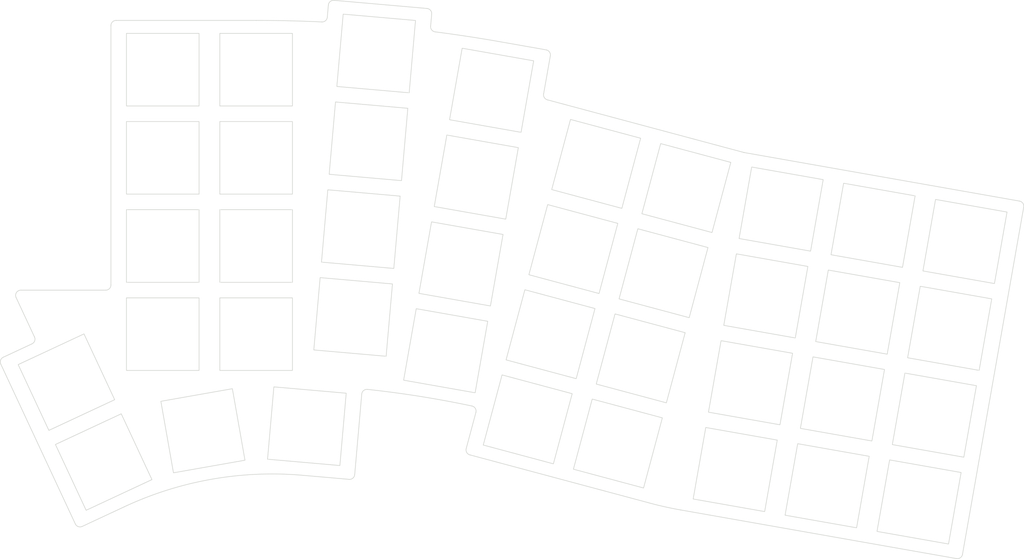
<source format=kicad_pcb>
(kicad_pcb (version 20221018) (generator pcbnew)
  (layers (0 "F.Cu" signal) (31 "B.Cu" signal) (34 "B.Paste" user) (35 "F.Paste" user) (36 "B.SilkS" user "B.Silkscreen") (37 "F.SilkS" user "F.Silkscreen") (38 "B.Mask" user) (39 "F.Mask" user) (44 "Edge.Cuts" user))
  (net 0 "")
  (footprint "keyboard:KeyHole" (layer "F.Cu") (at 154.552801 93.512815 -15)
    (fp_text reference "REF**" hide)
    (fp_text value "KeyHole" hide)
    (fp_rect (start -7 -7) (end 7 7) (layer "Edge.Cuts") (stroke (width 0.12)) (fill none))
  )
  (footprint "keyboard:KeyHole" (layer "F.Cu") (at 119.449871 56.311832 -5)
    (fp_text reference "REF**" hide)
    (fp_text value "KeyHole" hide)
    (fp_rect (start -7 -7) (end 7 7) (layer "Edge.Cuts") (stroke (width 0.12)) (fill none))
  )
  (footprint "keyboard:KeyHole" (layer "F.Cu") (at 97.78 42.5)
    (fp_text reference "REF**" hide)
    (fp_text value "KeyHole" hide)
    (fp_rect (start -7 -7) (end 7 7) (layer "Edge.Cuts") (stroke (width 0.12)) (fill none))
  )
  (footprint "keyboard:KeyHole" (layer "F.Cu") (at 228.568909 109.117579 -10)
    (fp_text reference "REF**" hide)
    (fp_text value "KeyHole" hide)
    (fp_rect (start -7 -7) (end 7 7) (layer "Edge.Cuts") (stroke (width 0.12)) (fill none))
  )
  (footprint "keyboard:KeyHole" (layer "F.Cu") (at 120.931519 39.376522 -5)
    (fp_text reference "REF**" hide)
    (fp_text value "KeyHole" hide)
    (fp_rect (start -7 -7) (end 7 7) (layer "Edge.Cuts") (stroke (width 0.12)) (fill none))
  )
  (footprint "keyboard:KeyHole" (layer "F.Cu") (at 61.201051 102.753693 25)
    (fp_text reference "REF**" hide)
    (fp_text value "KeyHole" hide)
    (fp_rect (start -7 -7) (end 7 7) (layer "Edge.Cuts") (stroke (width 0.12)) (fill none))
  )
  (footprint "keyboard:KeyHole" (layer "F.Cu") (at 193.11583 102.866244 -10)
    (fp_text reference "REF**" hide)
    (fp_text value "KeyHole" hide)
    (fp_rect (start -7 -7) (end 7 7) (layer "Edge.Cuts") (stroke (width 0.12)) (fill none))
  )
  (footprint "keyboard:KeyHole" (layer "F.Cu") (at 134.332871 96.697962 -10)
    (fp_text reference "REF**" hide)
    (fp_text value "KeyHole" hide)
    (fp_rect (start -7 -7) (end 7 7) (layer "Edge.Cuts") (stroke (width 0.12)) (fill none))
  )
  (footprint "keyboard:KeyHole" (layer "F.Cu") (at 137.28489 79.95623 -10)
    (fp_text reference "REF**" hide)
    (fp_text value "KeyHole" hide)
    (fp_rect (start -7 -7) (end 7 7) (layer "Edge.Cuts") (stroke (width 0.12)) (fill none))
  )
  (footprint "keyboard:KeyHole" (layer "F.Cu") (at 107.567703 111.252057 -5)
    (fp_text reference "REF**" hide)
    (fp_text value "KeyHole" hide)
    (fp_rect (start -7 -7) (end 7 7) (layer "Edge.Cuts") (stroke (width 0.12)) (fill none))
  )
  (footprint "keyboard:KeyHole" (layer "F.Cu") (at 79.78 42.5)
    (fp_text reference "REF**" hide)
    (fp_text value "KeyHole" hide)
    (fp_rect (start -7 -7) (end 7 7) (layer "Edge.Cuts") (stroke (width 0.12)) (fill none))
  )
  (footprint "keyboard:KeyHole" (layer "F.Cu") (at 216.746408 72.508448 -10)
    (fp_text reference "REF**" hide)
    (fp_text value "KeyHole" hide)
    (fp_rect (start -7 -7) (end 7 7) (layer "Edge.Cuts") (stroke (width 0.12)) (fill none))
  )
  (footprint "keyboard:KeyHole" (layer "F.Cu") (at 176.33939 81.750818 -15)
    (fp_text reference "REF**" hide)
    (fp_text value "KeyHole" hide)
    (fp_rect (start -7 -7) (end 7 7) (layer "Edge.Cuts") (stroke (width 0.12)) (fill none))
  )
  (footprint "keyboard:KeyHole" (layer "F.Cu") (at 213.794389 89.25018 -10)
    (fp_text reference "REF**" hide)
    (fp_text value "KeyHole" hide)
    (fp_rect (start -7 -7) (end 7 7) (layer "Edge.Cuts") (stroke (width 0.12)) (fill none))
  )
  (footprint "keyboard:KeyHole" (layer "F.Cu") (at 171.939466 98.171557 -15)
    (fp_text reference "REF**" hide)
    (fp_text value "KeyHole" hide)
    (fp_rect (start -7 -7) (end 7 7) (layer "Edge.Cuts") (stroke (width 0.12)) (fill none))
  )
  (footprint "keyboard:KeyHole" (layer "F.Cu") (at 234.472947 75.634115 -10)
    (fp_text reference "REF**" hide)
    (fp_text value "KeyHole" hide)
    (fp_rect (start -7 -7) (end 7 7) (layer "Edge.Cuts") (stroke (width 0.12)) (fill none))
  )
  (footprint "keyboard:KeyHole" (layer "F.Cu") (at 116.486576 90.182451 -5)
    (fp_text reference "REF**" hide)
    (fp_text value "KeyHole" hide)
    (fp_rect (start -7 -7) (end 7 7) (layer "Edge.Cuts") (stroke (width 0.12)) (fill none))
  )
  (footprint "keyboard:KeyHole" (layer "F.Cu") (at 140.236909 63.214498 -10)
    (fp_text reference "REF**" hide)
    (fp_text value "KeyHole" hide)
    (fp_rect (start -7 -7) (end 7 7) (layer "Edge.Cuts") (stroke (width 0.12)) (fill none))
  )
  (footprint "keyboard:KeyHole" (layer "F.Cu") (at 231.520928 92.375847 -10)
    (fp_text reference "REF**" hide)
    (fp_text value "KeyHole" hide)
    (fp_rect (start -7 -7) (end 7 7) (layer "Edge.Cuts") (stroke (width 0.12)) (fill none))
  )
  (footprint "keyboard:KeyHole" (layer "F.Cu") (at 150.152878 109.933554 -15)
    (fp_text reference "REF**" hide)
    (fp_text value "KeyHole" hide)
    (fp_rect (start -7 -7) (end 7 7) (layer "Edge.Cuts") (stroke (width 0.12)) (fill none))
  )
  (footprint "keyboard:KeyHole" (layer "F.Cu") (at 79.78 93.5)
    (fp_text reference "REF**" hide)
    (fp_text value "KeyHole" hide)
    (fp_rect (start -7 -7) (end 7 7) (layer "Edge.Cuts") (stroke (width 0.12)) (fill none))
  )
  (footprint "keyboard:KeyHole" (layer "F.Cu") (at 117.968224 73.247142 -5)
    (fp_text reference "REF**" hide)
    (fp_text value "KeyHole" hide)
    (fp_rect (start -7 -7) (end 7 7) (layer "Edge.Cuts") (stroke (width 0.12)) (fill none))
  )
  (footprint "keyboard:KeyHole" (layer "F.Cu") (at 199.019868 69.382781 -10)
    (fp_text reference "REF**" hide)
    (fp_text value "KeyHole" hide)
    (fp_rect (start -7 -7) (end 7 7) (layer "Edge.Cuts") (stroke (width 0.12)) (fill none))
  )
  (footprint "keyboard:KeyHole" (layer "F.Cu") (at 97.78 59.5)
    (fp_text reference "REF**" hide)
    (fp_text value "KeyHole" hide)
    (fp_rect (start -7 -7) (end 7 7) (layer "Edge.Cuts") (stroke (width 0.12)) (fill none))
  )
  (footprint "keyboard:KeyHole" (layer "F.Cu") (at 190.163811 119.607976 -10)
    (fp_text reference "REF**" hide)
    (fp_text value "KeyHole" hide)
    (fp_rect (start -7 -7) (end 7 7) (layer "Edge.Cuts") (stroke (width 0.12)) (fill none))
  )
  (footprint "keyboard:KeyHole" (layer "F.Cu") (at 158.952725 77.092076 -15)
    (fp_text reference "REF**" hide)
    (fp_text value "KeyHole" hide)
    (fp_rect (start -7 -7) (end 7 7) (layer "Edge.Cuts") (stroke (width 0.12)) (fill none))
  )
  (footprint "keyboard:KeyHole" (layer "F.Cu") (at 207.890351 122.733643 -10)
    (fp_text reference "REF**" hide)
    (fp_text value "KeyHole" hide)
    (fp_rect (start -7 -7) (end 7 7) (layer "Edge.Cuts") (stroke (width 0.12)) (fill none))
  )
  (footprint "keyboard:KeyHole" (layer "F.Cu") (at 210.84237 105.991911 -10)
    (fp_text reference "REF**" hide)
    (fp_text value "KeyHole" hide)
    (fp_rect (start -7 -7) (end 7 7) (layer "Edge.Cuts") (stroke (width 0.12)) (fill none))
  )
  (footprint "keyboard:KeyHole" (layer "F.Cu") (at 68.385562 118.160925 25)
    (fp_text reference "REF**" hide)
    (fp_text value "KeyHole" hide)
    (fp_rect (start -7 -7) (end 7 7) (layer "Edge.Cuts") (stroke (width 0.12)) (fill none))
  )
  (footprint "keyboard:KeyHole" (layer "F.Cu") (at 225.61689 125.85931 -10)
    (fp_text reference "REF**" hide)
    (fp_text value "KeyHole" hide)
    (fp_rect (start -7 -7) (end 7 7) (layer "Edge.Cuts") (stroke (width 0.12)) (fill none))
  )
  (footprint "keyboard:KeyHole" (layer "F.Cu") (at 167.539542 114.592296 -15)
    (fp_text reference "REF**" hide)
    (fp_text value "KeyHole" hide)
    (fp_rect (start -7 -7) (end 7 7) (layer "Edge.Cuts") (stroke (width 0.12)) (fill none))
  )
  (footprint "keyboard:KeyHole" (layer "F.Cu") (at 87.521848 112.127278 10)
    (fp_text reference "REF**" hide)
    (fp_text value "KeyHole" hide)
    (fp_rect (start -7 -7) (end 7 7) (layer "Edge.Cuts") (stroke (width 0.12)) (fill none))
  )
  (footprint "keyboard:KeyHole" (layer "F.Cu") (at 163.352649 60.671336 -15)
    (fp_text reference "REF**" hide)
    (fp_text value "KeyHole" hide)
    (fp_rect (start -7 -7) (end 7 7) (layer "Edge.Cuts") (stroke (width 0.12)) (fill none))
  )
  (footprint "keyboard:KeyHole" (layer "F.Cu") (at 143.188928 46.472766 -10)
    (fp_text reference "REF**" hide)
    (fp_text value "KeyHole" hide)
    (fp_rect (start -7 -7) (end 7 7) (layer "Edge.Cuts") (stroke (width 0.12)) (fill none))
  )
  (footprint "keyboard:KeyHole" (layer "F.Cu") (at 97.78 76.5)
    (fp_text reference "REF**" hide)
    (fp_text value "KeyHole" hide)
    (fp_rect (start -7 -7) (end 7 7) (layer "Edge.Cuts") (stroke (width 0.12)) (fill none))
  )
  (footprint "keyboard:KeyHole" (layer "F.Cu") (at 97.78 93.5)
    (fp_text reference "REF**" hide)
    (fp_text value "KeyHole" hide)
    (fp_rect (start -7 -7) (end 7 7) (layer "Edge.Cuts") (stroke (width 0.12)) (fill none))
  )
  (footprint "keyboard:KeyHole" (layer "F.Cu") (at 196.067849 86.124512 -10)
    (fp_text reference "REF**" hide)
    (fp_text value "KeyHole" hide)
    (fp_rect (start -7 -7) (end 7 7) (layer "Edge.Cuts") (stroke (width 0.12)) (fill none))
  )
  (footprint "keyboard:KeyHole" (layer "F.Cu") (at 79.78 59.5)
    (fp_text reference "REF**" hide)
    (fp_text value "KeyHole" hide)
    (fp_rect (start -7 -7) (end 7 7) (layer "Edge.Cuts") (stroke (width 0.12)) (fill none))
  )
  (footprint "keyboard:KeyHole" (layer "F.Cu") (at 180.739314 65.330079 -15)
    (fp_text reference "REF**" hide)
    (fp_text value "KeyHole" hide)
    (fp_rect (start -7 -7) (end 7 7) (layer "Edge.Cuts") (stroke (width 0.12)) (fill none))
  )
  (footprint "keyboard:KeyHole" (layer "F.Cu") (at 79.78 76.5)
    (fp_text reference "REF**" hide)
    (fp_text value "KeyHole" hide)
    (fp_rect (start -7 -7) (end 7 7) (layer "Edge.Cuts") (stroke (width 0.12)) (fill none))
  )
  (gr_line (start 51.498654 86.442618) (end 55.041575 94.040436) (layer "Edge.Cuts") (width 0.12))
  (gr_line (start 48.545718 99.276259) (end 62.914739 130.090724) (layer "Edge.Cuts") (width 0.12))
  (gr_line (start 144.838586 37.117093) (end 153.701856 38.679926) (layer "Edge.Cuts") (width 0.12))
  (gr_line (start 179.650884 127.400816) (end 232.830502 136.777818) (layer "Edge.Cuts") (width 0.12))
  (gr_arc (start 244.985875 67.841276) (mid 245.631378 68.252507) (end 245.797034 68.999731) (layer "Edge.Cuts") (width 0.12))
  (gr_arc (start 111.710396 30.037309) (mid 112.063803 29.35842) (end 112.793746 29.12827) (layer "Edge.Cuts") (width 0.12))
  (gr_arc (start 153.945198 48.315494) (mid 153.360626 47.886868) (end 153.219209 47.17592) (layer "Edge.Cuts") (width 0.12))
  (gr_arc (start 191.892252 58.479437) (mid 191.849455 58.470924) (end 191.80707 58.460552) (layer "Edge.Cuts") (width 0.12))
  (gr_arc (start 139.000764 116.780478) (mid 138.393558 116.314552) (end 138.293657 115.555733) (layer "Edge.Cuts") (width 0.12))
  (gr_line (start 70.78 33) (end 97.78 33) (layer "Edge.Cuts") (width 0.12))
  (gr_arc (start 132.2977 35.20728) (mid 131.646186 34.842587) (end 131.42888 34.128269) (layer "Edge.Cuts") (width 0.12))
  (gr_arc (start 153.701856 38.679926) (mid 154.34736 39.091158) (end 154.513015 39.838382) (layer "Edge.Cuts") (width 0.12))
  (gr_line (start 131.42888 34.128269) (end 131.63429 31.780424) (layer "Edge.Cuts") (width 0.12))
  (gr_arc (start 139.400337 107.356302) (mid 140.045685 107.811762) (end 140.159196 108.593448) (layer "Edge.Cuts") (width 0.12))
  (gr_line (start 68.78 85.02) (end 52.404962 85.02) (layer "Edge.Cuts") (width 0.12))
  (gr_line (start 191.80707 58.460552) (end 153.945198 48.315494) (layer "Edge.Cuts") (width 0.12))
  (gr_arc (start 48.545718 99.276259) (mid 48.512334 98.511621) (end 49.029408 97.947333) (layer "Edge.Cuts") (width 0.12))
  (gr_arc (start 233.988959 135.966658) (mid 233.577727 136.612162) (end 232.830502 136.777818) (layer "Edge.Cuts") (width 0.12))
  (gr_arc (start 97.78 33) (mid 104.122734 33.074236) (end 110.461994 33.296903) (layer "Edge.Cuts") (width 0.12))
  (gr_line (start 54.557885 95.369362) (end 49.029408 97.947333) (layer "Edge.Cuts") (width 0.12))
  (gr_arc (start 130.725251 30.697074) (mid 131.40414 31.050481) (end 131.63429 31.780424) (layer "Edge.Cuts") (width 0.12))
  (gr_line (start 139.000764 116.780478) (end 173.774094 126.097962) (layer "Edge.Cuts") (width 0.12))
  (gr_arc (start 72.400435 126.770849) (mid 89.171515 121.482952) (end 106.739743 120.715908) (layer "Edge.Cuts") (width 0.12))
  (gr_line (start 111.710396 30.037309) (end 111.504986 32.385154) (layer "Edge.Cuts") (width 0.12))
  (gr_line (start 116.788826 120.591269) (end 118.147883 105.05718) (layer "Edge.Cuts") (width 0.12))
  (gr_arc (start 111.504986 32.385154) (mid 111.16694 33.050886) (end 110.461994 33.296902) (layer "Edge.Cuts") (width 0.12))
  (gr_line (start 69.78 84.02) (end 69.78 34) (layer "Edge.Cuts") (width 0.12))
  (gr_arc (start 51.498654 86.442618) (mid 51.56157 85.4827) (end 52.404962 85.02) (layer "Edge.Cuts") (width 0.12))
  (gr_line (start 191.892252 58.479437) (end 244.985875 67.841276) (layer "Edge.Cuts") (width 0.12))
  (gr_arc (start 69.78 84.02) (mid 69.487107 84.727107) (end 68.78 85.02) (layer "Edge.Cuts") (width 0.12))
  (gr_arc (start 69.78 34) (mid 70.072893 33.292893) (end 70.78 33) (layer "Edge.Cuts") (width 0.12))
  (gr_arc (start 116.788826 120.591269) (mid 116.435419 121.270158) (end 115.705476 121.500308) (layer "Edge.Cuts") (width 0.12))
  (gr_arc (start 132.2977 35.20728) (mid 138.579319 36.088797) (end 144.838586 37.117094) (layer "Edge.Cuts") (width 0.12))
  (gr_arc (start 118.147883 105.05718) (mid 118.508889 104.37198) (end 119.250898 104.150059) (layer "Edge.Cuts") (width 0.12))
  (gr_arc (start 119.250898 104.150057) (mid 129.366326 105.49735) (end 139.400337 107.356302) (layer "Edge.Cuts") (width 0.12))
  (gr_arc (start 179.650884 127.400815) (mid 176.698275 126.813504) (end 173.774094 126.097962) (layer "Edge.Cuts") (width 0.12))
  (gr_line (start 154.513015 39.838382) (end 153.219209 47.17592) (layer "Edge.Cuts") (width 0.12))
  (gr_line (start 115.705476 121.500308) (end 106.739743 120.715908) (layer "Edge.Cuts") (width 0.12))
  (gr_line (start 140.159196 108.593448) (end 138.293657 115.555733) (layer "Edge.Cuts") (width 0.12))
  (gr_arc (start 64.243674 130.57441) (mid 63.479031 130.6078) (end 62.914739 130.090724) (layer "Edge.Cuts") (width 0.12))
  (gr_arc (start 55.041575 94.040436) (mid 55.074959 94.805074) (end 54.557885 95.369362) (layer "Edge.Cuts") (width 0.12))
  (gr_line (start 130.725251 30.697074) (end 112.793746 29.12827) (layer "Edge.Cuts") (width 0.12))
  (gr_line (start 233.988959 135.966658) (end 245.797034 68.999731) (layer "Edge.Cuts") (width 0.12))
  (gr_line (start 64.243674 130.574409) (end 72.400435 126.770849) (layer "Edge.Cuts") (width 0.12))
)
</source>
